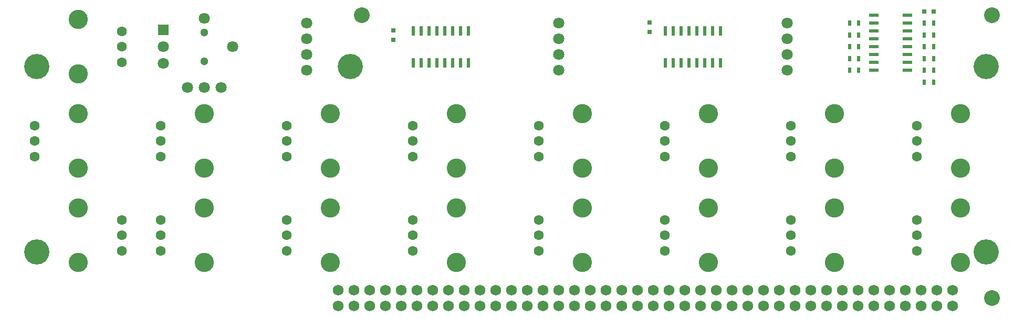
<source format=gbr>
G04 #@! TF.FileFunction,Soldermask,Top*
%FSLAX46Y46*%
G04 Gerber Fmt 4.6, Leading zero omitted, Abs format (unit mm)*
G04 Created by KiCad (PCBNEW 4.0.4-stable) date 05/18/17 20:07:39*
%MOMM*%
%LPD*%
G01*
G04 APERTURE LIST*
%ADD10C,0.100000*%
%ADD11C,2.540000*%
%ADD12C,4.064000*%
%ADD13C,3.100000*%
%ADD14C,1.600000*%
%ADD15R,0.600000X1.500000*%
%ADD16R,1.800000X1.800000*%
%ADD17C,1.800000*%
%ADD18C,1.300000*%
%ADD19C,1.727200*%
%ADD20R,0.800000X0.750000*%
%ADD21R,0.500000X0.900000*%
%ADD22R,1.500000X0.550000*%
%ADD23R,0.750000X0.800000*%
G04 APERTURE END LIST*
D10*
D11*
X157480000Y48260000D03*
D12*
X156500000Y40000000D03*
X156500000Y10000000D03*
D13*
X10160000Y38785800D03*
X10160000Y47574200D03*
D14*
X17170400Y40680000D03*
X17170400Y43180000D03*
X17170400Y45680000D03*
D11*
X157480000Y2540000D03*
X55880000Y48260000D03*
D12*
X3500000Y40000000D03*
D13*
X152400000Y17094200D03*
X152400000Y8305800D03*
D14*
X145389600Y15200000D03*
X145389600Y12700000D03*
X145389600Y10200000D03*
D13*
X132080000Y17094200D03*
X132080000Y8305800D03*
D14*
X125069600Y15200000D03*
X125069600Y12700000D03*
X125069600Y10200000D03*
D13*
X111760000Y17094200D03*
X111760000Y8305800D03*
D14*
X104749600Y15200000D03*
X104749600Y12700000D03*
X104749600Y10200000D03*
D13*
X91440000Y17094200D03*
X91440000Y8305800D03*
D14*
X84429600Y15200000D03*
X84429600Y12700000D03*
X84429600Y10200000D03*
D13*
X152400000Y32334200D03*
X152400000Y23545800D03*
D14*
X145389600Y30440000D03*
X145389600Y27940000D03*
X145389600Y25440000D03*
D13*
X132080000Y32334200D03*
X132080000Y23545800D03*
D14*
X125069600Y30440000D03*
X125069600Y27940000D03*
X125069600Y25440000D03*
D13*
X111760000Y32334200D03*
X111760000Y23545800D03*
D14*
X104749600Y30440000D03*
X104749600Y27940000D03*
X104749600Y25440000D03*
D13*
X91440000Y32334200D03*
X91440000Y23545800D03*
D14*
X84429600Y30440000D03*
X84429600Y27940000D03*
X84429600Y25440000D03*
D13*
X50800000Y17094200D03*
X50800000Y8305800D03*
D14*
X43789600Y15200000D03*
X43789600Y12700000D03*
X43789600Y10200000D03*
D13*
X30480000Y17094200D03*
X30480000Y8305800D03*
D14*
X23469600Y15200000D03*
X23469600Y12700000D03*
X23469600Y10200000D03*
D13*
X71120000Y32334200D03*
X71120000Y23545800D03*
D14*
X64109600Y30440000D03*
X64109600Y27940000D03*
X64109600Y25440000D03*
D13*
X50800000Y32334200D03*
X50800000Y23545800D03*
D14*
X43789600Y30440000D03*
X43789600Y27940000D03*
X43789600Y25440000D03*
D13*
X30480000Y32334200D03*
X30480000Y23545800D03*
D14*
X23469600Y30440000D03*
X23469600Y27940000D03*
X23469600Y25440000D03*
D13*
X10160000Y32334200D03*
X10160000Y23545800D03*
D14*
X3149600Y30440000D03*
X3149600Y27940000D03*
X3149600Y25440000D03*
D13*
X71120000Y17094200D03*
X71120000Y8305800D03*
D14*
X64109600Y15200000D03*
X64109600Y12700000D03*
X64109600Y10200000D03*
D13*
X10160000Y8305800D03*
X10160000Y17094200D03*
D14*
X17170400Y10200000D03*
X17170400Y12700000D03*
X17170400Y15200000D03*
D12*
X54000000Y40000000D03*
X3500000Y10000000D03*
D15*
X104775000Y45780000D03*
X104775000Y40580000D03*
X106045000Y45780000D03*
X106045000Y40580000D03*
X107315000Y45780000D03*
X107315000Y40580000D03*
X108585000Y45780000D03*
X108585000Y40580000D03*
X109855000Y45780000D03*
X109855000Y40580000D03*
X111125000Y45780000D03*
X111125000Y40580000D03*
X112395000Y45780000D03*
X112395000Y40580000D03*
X113665000Y45780000D03*
X113665000Y40580000D03*
X64135000Y45780000D03*
X64135000Y40580000D03*
X65405000Y45780000D03*
X65405000Y40580000D03*
X66675000Y45780000D03*
X66675000Y40580000D03*
X67945000Y45780000D03*
X67945000Y40580000D03*
X69215000Y45780000D03*
X69215000Y40580000D03*
X70485000Y45780000D03*
X70485000Y40580000D03*
X71755000Y45780000D03*
X71755000Y40580000D03*
X73025000Y45780000D03*
X73025000Y40580000D03*
D16*
X23880000Y45880000D03*
D17*
X23880000Y43180000D03*
X23880000Y40505000D03*
X27780000Y36580000D03*
X30480000Y36580000D03*
X33180000Y36580000D03*
X35080000Y43180000D03*
X30480000Y47780000D03*
D18*
X30480000Y40830000D03*
X30480000Y45530000D03*
D19*
X52070000Y1270000D03*
X54610000Y1270000D03*
X57150000Y1270000D03*
X59690000Y1270000D03*
X62230000Y1270000D03*
X64770000Y1270000D03*
X67310000Y1270000D03*
X69850000Y1270000D03*
X72390000Y1270000D03*
X74930000Y1270000D03*
X77470000Y1270000D03*
X80010000Y1270000D03*
X82550000Y1270000D03*
X85090000Y1270000D03*
X87630000Y1270000D03*
X90170000Y1270000D03*
X92710000Y1270000D03*
X95250000Y1270000D03*
X97790000Y1270000D03*
X100330000Y1270000D03*
X102870000Y1270000D03*
X105410000Y1270000D03*
X107950000Y1270000D03*
X110490000Y1270000D03*
X113030000Y1270000D03*
X115570000Y1270000D03*
X118110000Y1270000D03*
X120650000Y1270000D03*
X123190000Y1270000D03*
X125730000Y1270000D03*
X128270000Y1270000D03*
X130810000Y1270000D03*
X133350000Y1270000D03*
X135890000Y1270000D03*
X138430000Y1270000D03*
X140970000Y1270000D03*
X143510000Y1270000D03*
X146050000Y1270000D03*
X148590000Y1270000D03*
X151130000Y1270000D03*
X59690000Y1270000D03*
X52070000Y1270000D03*
X54610000Y1270000D03*
X57150000Y1270000D03*
X62230000Y1270000D03*
X72390000Y1270000D03*
X64770000Y1270000D03*
X67310000Y1270000D03*
X69850000Y1270000D03*
X74930000Y1270000D03*
X85090000Y1270000D03*
X77470000Y1270000D03*
X80010000Y1270000D03*
X82550000Y1270000D03*
X87630000Y1270000D03*
X97790000Y1270000D03*
X90170000Y1270000D03*
X92710000Y1270000D03*
X95250000Y1270000D03*
X100330000Y1270000D03*
X110490000Y1270000D03*
X102870000Y1270000D03*
X105410000Y1270000D03*
X107950000Y1270000D03*
X113030000Y1270000D03*
X123190000Y1270000D03*
X115570000Y1270000D03*
X118110000Y1270000D03*
X120650000Y1270000D03*
X125730000Y1270000D03*
X135890000Y1270000D03*
X128270000Y1270000D03*
X130810000Y1270000D03*
X133350000Y1270000D03*
X138430000Y1270000D03*
X148590000Y1270000D03*
X140970000Y1270000D03*
X143510000Y1270000D03*
X146050000Y1270000D03*
X151130000Y1270000D03*
X59690000Y1270000D03*
X52070000Y1270000D03*
X54610000Y1270000D03*
X57150000Y1270000D03*
X62230000Y1270000D03*
X72390000Y1270000D03*
X64770000Y1270000D03*
X67310000Y1270000D03*
X69850000Y1270000D03*
X74930000Y1270000D03*
X85090000Y1270000D03*
X77470000Y1270000D03*
X80010000Y1270000D03*
X82550000Y1270000D03*
X87630000Y1270000D03*
X97790000Y1270000D03*
X90170000Y1270000D03*
X92710000Y1270000D03*
X95250000Y1270000D03*
X100330000Y1270000D03*
X110490000Y1270000D03*
X102870000Y1270000D03*
X105410000Y1270000D03*
X107950000Y1270000D03*
X113030000Y1270000D03*
X123190000Y1270000D03*
X115570000Y1270000D03*
X118110000Y1270000D03*
X120650000Y1270000D03*
X125730000Y1270000D03*
X135890000Y1270000D03*
X128270000Y1270000D03*
X130810000Y1270000D03*
X133350000Y1270000D03*
X138430000Y1270000D03*
X148590000Y1270000D03*
X140970000Y1270000D03*
X143510000Y1270000D03*
X146050000Y1270000D03*
X151130000Y1270000D03*
X133350000Y3810000D03*
X133350000Y3810000D03*
X135890000Y3810000D03*
X135890000Y3810000D03*
X133350000Y3810000D03*
X146050000Y3810000D03*
X146050000Y3810000D03*
X148590000Y3810000D03*
X148590000Y3810000D03*
X146050000Y3810000D03*
X128270000Y3810000D03*
X128270000Y3810000D03*
X130810000Y3810000D03*
X128270000Y3810000D03*
X130810000Y3810000D03*
X130810000Y3810000D03*
X140970000Y3810000D03*
X140970000Y3810000D03*
X143510000Y3810000D03*
X140970000Y3810000D03*
X143510000Y3810000D03*
X143510000Y3810000D03*
X135890000Y3810000D03*
X138430000Y3810000D03*
X138430000Y3810000D03*
X138430000Y3810000D03*
X148590000Y3810000D03*
X151130000Y3810000D03*
X151130000Y3810000D03*
X151130000Y3810000D03*
X82550000Y3810000D03*
X82550000Y3810000D03*
X85090000Y3810000D03*
X85090000Y3810000D03*
X82550000Y3810000D03*
X95250000Y3810000D03*
X95250000Y3810000D03*
X97790000Y3810000D03*
X97790000Y3810000D03*
X95250000Y3810000D03*
X77470000Y3810000D03*
X77470000Y3810000D03*
X80010000Y3810000D03*
X77470000Y3810000D03*
X80010000Y3810000D03*
X80010000Y3810000D03*
X90170000Y3810000D03*
X90170000Y3810000D03*
X92710000Y3810000D03*
X90170000Y3810000D03*
X92710000Y3810000D03*
X92710000Y3810000D03*
X85090000Y3810000D03*
X87630000Y3810000D03*
X87630000Y3810000D03*
X87630000Y3810000D03*
X97790000Y3810000D03*
X100330000Y3810000D03*
X100330000Y3810000D03*
X100330000Y3810000D03*
X57150000Y3810000D03*
X57150000Y3810000D03*
X59690000Y3810000D03*
X59690000Y3810000D03*
X57150000Y3810000D03*
X69850000Y3810000D03*
X69850000Y3810000D03*
X72390000Y3810000D03*
X72390000Y3810000D03*
X69850000Y3810000D03*
X52070000Y3810000D03*
X52070000Y3810000D03*
X54610000Y3810000D03*
X52070000Y3810000D03*
X54610000Y3810000D03*
X54610000Y3810000D03*
X64770000Y3810000D03*
X64770000Y3810000D03*
X67310000Y3810000D03*
X64770000Y3810000D03*
X67310000Y3810000D03*
X67310000Y3810000D03*
X59690000Y3810000D03*
X62230000Y3810000D03*
X62230000Y3810000D03*
X62230000Y3810000D03*
X72390000Y3810000D03*
X74930000Y3810000D03*
X74930000Y3810000D03*
X74930000Y3810000D03*
X107950000Y3810000D03*
X107950000Y3810000D03*
X110490000Y3810000D03*
X110490000Y3810000D03*
X107950000Y3810000D03*
X120650000Y3810000D03*
X120650000Y3810000D03*
X123190000Y3810000D03*
X123190000Y3810000D03*
X120650000Y3810000D03*
X102870000Y3810000D03*
X102870000Y3810000D03*
X105410000Y3810000D03*
X102870000Y3810000D03*
X105410000Y3810000D03*
X105410000Y3810000D03*
X115570000Y3810000D03*
X115570000Y3810000D03*
X118110000Y3810000D03*
X115570000Y3810000D03*
X118110000Y3810000D03*
X118110000Y3810000D03*
X110490000Y3810000D03*
X113030000Y3810000D03*
X113030000Y3810000D03*
X113030000Y3810000D03*
X123190000Y3810000D03*
X125730000Y3810000D03*
X125730000Y3810000D03*
X125730000Y3810000D03*
D20*
X148070000Y48895000D03*
X146570000Y48895000D03*
D21*
X134505000Y43180000D03*
X136005000Y43180000D03*
X134505000Y39370000D03*
X136005000Y39370000D03*
X148070000Y39370000D03*
X146570000Y39370000D03*
X148070000Y43180000D03*
X146570000Y43180000D03*
X134505000Y45085000D03*
X136005000Y45085000D03*
X134505000Y41275000D03*
X136005000Y41275000D03*
X148070000Y37465000D03*
X146570000Y37465000D03*
X148070000Y41275000D03*
X146570000Y41275000D03*
D22*
X143830000Y48260000D03*
X138430000Y48260000D03*
X143830000Y46990000D03*
X138430000Y46990000D03*
X143830000Y45720000D03*
X138430000Y45720000D03*
X143830000Y44450000D03*
X138430000Y44450000D03*
X143830000Y43180000D03*
X138430000Y43180000D03*
X143830000Y41910000D03*
X138430000Y41910000D03*
X143830000Y40640000D03*
X138430000Y40640000D03*
X143830000Y39370000D03*
X138430000Y39370000D03*
D17*
X46990000Y46990000D03*
X46990000Y44450000D03*
X46990000Y41910000D03*
X46990000Y39370000D03*
X87630000Y46990000D03*
X87630000Y44450000D03*
X87630000Y41910000D03*
X87630000Y39370000D03*
X124460000Y46990000D03*
X124460000Y44450000D03*
X124460000Y41910000D03*
X124460000Y39370000D03*
D21*
X148070000Y45085000D03*
X146570000Y45085000D03*
X148070000Y46990000D03*
X146570000Y46990000D03*
X134505000Y46990000D03*
X136005000Y46990000D03*
D23*
X102235000Y47105000D03*
X102235000Y45605000D03*
X60960000Y45835000D03*
X60960000Y44335000D03*
M02*

</source>
